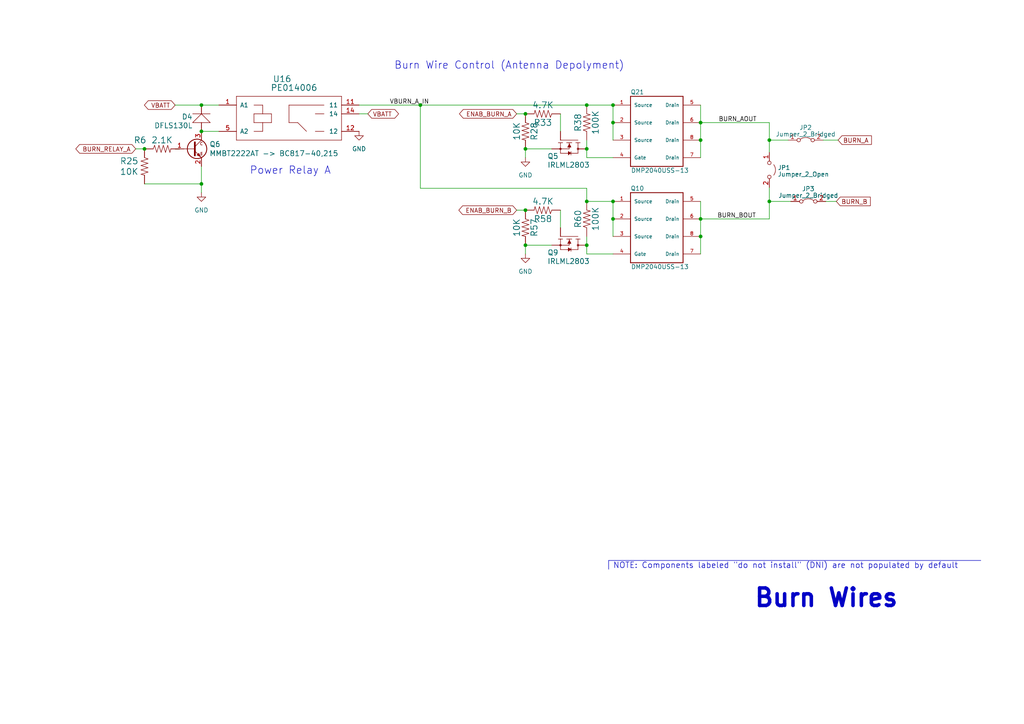
<source format=kicad_sch>
(kicad_sch (version 20230121) (generator eeschema)
  (paper "A4")
  (title_block (title "PyCubed Mainboard") (date "2024-05-04") (rev "v06b") (company "SSI"))
  (lib_symbols
    (symbol "Jumper:Jumper_2_Bridged" (pin_names (offset 0) hide)
      (property "Reference" "JP" (at 0 1.905 0))
      (property "Value" "Jumper_2_Bridged" (at 0 -2.54 0))
      (symbol "Jumper_2_Bridged_0_0"
        (circle (center -2.032 0) (radius 0.508))
        (circle (center 2.032 0) (radius 0.508))
      )
      (symbol "Jumper_2_Bridged_0_1"
        (arc (start 1.524 0.254) (mid 0 0.762) (end -1.524 0.254))
      )
      (symbol "Jumper_2_Bridged_1_1"
        (pin passive line (at -5.08 0 0) (length 2.54) (name "A") (number "1"))
        (pin passive line (at 5.08 0 180) (length 2.54) (name "B") (number "2"))
      )
    )
    (symbol "Jumper:Jumper_2_Open" (pin_names (offset 0) hide)
      (property "Reference" "JP" (at 0 2.794 0))
      (property "Value" "Jumper_2_Open" (at 0 -2.286 0))
      (symbol "Jumper_2_Open_0_0"
        (circle (center -2.032 0) (radius 0.508))
        (circle (center 2.032 0) (radius 0.508))
      )
      (symbol "Jumper_2_Open_0_1"
        (arc (start 1.524 1.27) (mid 0 1.778) (end -1.524 1.27))
      )
      (symbol "Jumper_2_Open_1_1"
        (pin passive line (at -5.08 0 0) (length 2.54) (name "A") (number "1"))
        (pin passive line (at 5.08 0 180) (length 2.54) (name "B") (number "2"))
      )
    )
    (symbol "mainboard:DFLS130L" (pin_names (offset 1.016))
      (property "Reference" "D" (at 0 2.54 0))
      (property "Value" "DFLS130L" (at 0 -5.08 0))
      (symbol "DFLS130L_1_0"
        (polyline (pts (xy 0 -2.54) (xy 2.54 0)))
        (polyline (pts (xy 0 2.54) (xy 0 -2.54)))
        (polyline (pts (xy 2.54 0) (xy 0 2.54)))
        (polyline (pts (xy 2.54 2.54) (xy 2.54 -2.54)))
        (pin bidirectional line (at -2.54 0 0) (length 2.54) (name "A") (number "A"))
        (pin bidirectional line (at 5.08 0 180) (length 2.54) (name "C") (number "C"))
      )
    )
    (symbol "mainboard:IRF7404TRPBF" (pin_names (offset 1.016))
      (property "Reference" "Q" (at -7.62 10.287 0))
      (property "Value" "IRF7404TRPBF" (at -7.493 -12.065 0))
      (symbol "IRF7404TRPBF_0_0"
        (polyline (pts (xy -7.62 -10.16) (xy -7.62 10.16)) (stroke (width 0.254)))
        (polyline (pts (xy -7.62 10.16) (xy 7.62 10.16)) (stroke (width 0.254)))
        (polyline (pts (xy 7.62 -10.16) (xy -7.62 -10.16)) (stroke (width 0.254)))
        (polyline (pts (xy 7.62 10.16) (xy 7.62 -10.16)) (stroke (width 0.254)))
        (pin bidirectional line (at -12.7 7.62 0) (length 5.08) (name "Source") (number "1"))
        (pin bidirectional line (at -12.7 2.54 0) (length 5.08) (name "Source") (number "2"))
        (pin bidirectional line (at -12.7 -2.54 0) (length 5.08) (name "Source") (number "3"))
        (pin bidirectional line (at -12.7 -7.62 0) (length 5.08) (name "Gate") (number "4"))
        (pin bidirectional line (at 12.7 7.62 180) (length 5.08) (name "Drain") (number "5"))
        (pin bidirectional line (at 12.7 2.54 180) (length 5.08) (name "Drain") (number "6"))
        (pin bidirectional line (at 12.7 -7.62 180) (length 5.08) (name "Drain") (number "7"))
        (pin bidirectional line (at 12.7 -2.54 180) (length 5.08) (name "Drain") (number "8"))
      )
    )
    (symbol "mainboard:IRLML2803TRPBF" (pin_names (offset 1.016))
      (property "Reference" "Q" (at -11.43 1.27 0))
      (property "Value" "IRLML2803TRPBF" (at -11.43 3.81 0))
      (symbol "IRLML2803TRPBF_1_0"
        (polyline (pts (xy 0 2.54) (xy 0 -2.54)))
        (polyline (pts (xy 0.762 -2.54) (xy 0.762 -3.175)))
        (polyline (pts (xy 0.762 -1.905) (xy 0.762 -2.54)))
        (polyline (pts (xy 0.762 0) (xy 0.762 -0.762)))
        (polyline (pts (xy 0.762 0) (xy 2.54 0)))
        (polyline (pts (xy 0.762 0.762) (xy 0.762 0)))
        (polyline (pts (xy 0.762 2.54) (xy 0.762 1.905)))
        (polyline (pts (xy 0.762 2.54) (xy 3.81 2.54)))
        (polyline (pts (xy 0.762 3.175) (xy 0.762 2.54)))
        (polyline (pts (xy 2.54 -2.54) (xy 0.762 -2.54)))
        (polyline (pts (xy 2.54 -2.54) (xy 3.81 -2.54)))
        (polyline (pts (xy 2.54 0) (xy 2.54 -2.54)))
        (polyline (pts (xy 3.302 0.508) (xy 3.81 0.508)))
        (polyline (pts (xy 3.81 -0.508) (xy 3.81 -2.54)))
        (polyline (pts (xy 3.81 0.508) (xy 3.81 -0.508)))
        (polyline (pts (xy 3.81 0.508) (xy 4.318 0.508)))
        (polyline (pts (xy 3.81 2.54) (xy 3.81 0.508)))
        (polyline (pts (xy 1.016 0) (xy 2.032 0.508) (xy 2.032 -0.508)) (fill (type outline)))
        (polyline (pts (xy 3.81 0.508) (xy 3.302 -0.254) (xy 4.318 -0.254)) (fill (type outline)))
        (circle (center 2.54 -2.54) (radius 0.254))
        (circle (center 2.54 2.54) (radius 0.254))
        (pin passive line (at -2.54 -2.54 0) (length 2.54) (name "G") (number "1"))
        (pin passive line (at 2.54 -5.08 90) (length 2.54) (name "S") (number "2"))
        (pin passive line (at 2.54 5.08 270) (length 2.54) (name "D") (number "3"))
      )
    )
    (symbol "mainboard:MMBT2222AT" (pin_names (offset 1.016) hide)
      (property "Reference" "Q" (at -8.89 3.81 0))
      (property "Value" "MMBT2222AT" (at 2.54 -1.27 0))
      (symbol "MMBT2222AT_0_1"
        (polyline (pts (xy -5.08 0) (xy -1.905 0)))
        (polyline (pts (xy -0.127 -1.397) (xy 0.254 -1.397)))
        (polyline (pts (xy -0.127 -1.016) (xy 0.254 -1.016)))
        (polyline (pts (xy -0.127 -1.016) (xy -0.127 -1.778) (xy 0.254 -1.778)))
        (polyline (pts (xy 0.254 1.905) (xy -0.127 1.905) (xy -0.254 1.651) (xy -0.254 1.397) (xy -0.127 1.143) (xy 0.254 1.143)))
      )
      (symbol "MMBT2222AT_1_1"
        (circle (center -1.27 0) (radius 2.8194) (stroke (width 0.254)))
        (polyline (pts (xy -1.905 0.635) (xy 0 2.54)))
        (polyline (pts (xy -1.905 -0.635) (xy 0 -2.54) (xy 0 -2.54)))
        (polyline (pts (xy -1.905 1.905) (xy -1.905 -1.905) (xy -1.905 -1.905)) (stroke (width 0.508)))
        (polyline (pts (xy -1.27 -1.778) (xy -0.762 -1.27) (xy -0.254 -2.286) (xy -1.27 -1.778) (xy -1.27 -1.778)) (fill (type outline)))
        (pin input line (at -7.62 0 0) (length 2.54) (name "B") (number "1"))
        (pin passive line (at 0 -5.08 90) (length 2.54) (name "E") (number "2"))
        (pin passive line (at 0 5.08 270) (length 2.54) (name "C") (number "3"))
      )
    )
    (symbol "mainboard:PE014006" (pin_names (offset 1.016))
      (property "Reference" "U" (at -2.1844 9.1186 0))
      (property "Value" "PE014006" (at -2.8194 6.5786 0))
      (symbol "PE014006_1_0"
        (polyline (pts (xy -12.7 -7.62) (xy 17.78 -7.62)))
        (polyline (pts (xy -12.7 5.08) (xy -12.7 -7.62)))
        (polyline (pts (xy -7.62 -2.54) (xy -7.62 0)))
        (polyline (pts (xy -7.62 0) (xy -5.08 0)))
        (polyline (pts (xy -7.62 2.54) (xy -5.08 2.54)))
        (polyline (pts (xy -5.08 -5.08) (xy -7.62 -5.08)))
        (polyline (pts (xy -5.08 -2.54) (xy -7.62 -2.54)))
        (polyline (pts (xy -5.08 -2.54) (xy -5.08 -5.08)))
        (polyline (pts (xy -5.08 0) (xy -2.54 0)))
        (polyline (pts (xy -5.08 2.54) (xy -5.08 0)))
        (polyline (pts (xy -2.54 -2.54) (xy -5.08 -2.54)))
        (polyline (pts (xy -2.54 0) (xy -2.54 -2.54)))
        (polyline (pts (xy 2.54 -2.54) (xy 5.08 -2.54)))
        (polyline (pts (xy 2.54 2.54) (xy 2.54 -2.54)))
        (polyline (pts (xy 5.08 -2.54) (xy 7.62 -5.08)))
        (polyline (pts (xy 12.7 -5.08) (xy 10.16 -5.08)))
        (polyline (pts (xy 12.7 0) (xy 10.16 0)))
        (polyline (pts (xy 12.7 2.54) (xy 2.54 2.54)))
        (polyline (pts (xy 17.78 -7.62) (xy 17.78 5.08)))
        (polyline (pts (xy 17.78 5.08) (xy -12.7 5.08)))
        (pin passive line (at -17.78 2.54 0) (length 5.08) (name "A1") (number "1"))
        (pin passive line (at 22.86 2.54 180) (length 5.08) (name "11") (number "11"))
        (pin passive line (at 22.86 -5.08 180) (length 5.08) (name "12") (number "12"))
        (pin passive line (at 22.86 0 180) (length 5.08) (name "14") (number "14"))
        (pin passive line (at -17.78 -5.08 0) (length 5.08) (name "A2") (number "5"))
      )
    )
    (symbol "mainboard:RESISTOR0603" (pin_names (offset 1.016))
      (property "Reference" "R" (at 0 1.524 0))
      (property "Value" "RESISTOR0603" (at 0 -1.524 0))
      (symbol "RESISTOR0603_1_0"
        (polyline (pts (xy -2.54 0) (xy -2.159 1.016)))
        (polyline (pts (xy -2.159 1.016) (xy -1.524 -1.016)))
        (polyline (pts (xy -1.524 -1.016) (xy -0.889 1.016)))
        (polyline (pts (xy -0.889 1.016) (xy -0.254 -1.016)))
        (polyline (pts (xy -0.254 -1.016) (xy 0.381 1.016)))
        (polyline (pts (xy 0.381 1.016) (xy 1.016 -1.016)))
        (polyline (pts (xy 1.016 -1.016) (xy 1.651 1.016)))
        (polyline (pts (xy 1.651 1.016) (xy 2.286 -1.016)))
        (polyline (pts (xy 2.286 -1.016) (xy 2.54 0)))
        (pin passive line (at -5.08 0 0) (length 2.54) (name "1") (number "1"))
        (pin passive line (at 5.08 0 180) (length 2.54) (name "2") (number "2"))
      )
    )
    (symbol "power:GND" (power) (pin_names (offset 0))
      (property "Value" "GND" (at 0 -3.81 0))
      (symbol "GND_0_1"
        (polyline (pts (xy 0 0) (xy 0 -1.27) (xy 1.27 -1.27) (xy 0 -2.54) (xy -1.27 -1.27) (xy 0 -1.27)))
      )
      (symbol "GND_1_1"
        (pin power_in line (at 0 0 270) (length 0) hide (name "GND") (number "1"))
      )
    )
  )
  (junction (at 170.18 43.18))
  (junction (at 177.8 35.56))
  (junction (at 152.4 71.12))
  (junction (at 203.2 63.5))
  (junction (at 177.8 58.42))
  (junction (at 152.4 43.18))
  (junction (at 58.42 30.48))
  (junction (at 170.18 71.12))
  (junction (at 177.8 30.48))
  (junction (at 223.139 40.64))
  (junction (at 58.42 53.34))
  (junction (at 203.2 68.58))
  (junction (at 177.8 63.5))
  (junction (at 41.91 43.18))
  (junction (at 121.92 30.48))
  (junction (at 152.4 33.02))
  (junction (at 152.4 60.96))
  (junction (at 203.2 40.64))
  (junction (at 170.18 30.48))
  (junction (at 203.2 35.56))
  (junction (at 223.139 58.42))
  (junction (at 58.42 38.1))
  (junction (at 170.18 58.42))
  (wire (pts (xy 162.56 66.04) (xy 162.56 60.96)))
  (wire (pts (xy 170.18 40.64) (xy 170.18 43.18)))
  (wire (pts (xy 170.18 58.42) (xy 170.18 54.61)))
  (wire (pts (xy 223.139 58.42) (xy 229.362 58.42)))
  (wire (pts (xy 223.139 40.64) (xy 223.139 44.196)))
  (wire (pts (xy 177.8 30.48) (xy 170.18 30.48)))
  (wire (pts (xy 203.073 35.56) (xy 203.2 35.56)))
  (wire (pts (xy 58.42 53.34) (xy 58.42 48.26)))
  (wire (pts (xy 170.18 73.66) (xy 170.18 71.12)))
  (wire (pts (xy 160.02 71.12) (xy 152.4 71.12)))
  (wire (pts (xy 177.8 68.58) (xy 177.8 63.5)))
  (wire (pts (xy 203.2 40.64) (xy 203.2 35.56)))
  (wire (pts (xy 58.42 38.1) (xy 63.5 38.1)))
  (polyline (pts (xy 176.53 162.56) (xy 284.48 162.56)))
  (wire (pts (xy 177.8 58.42) (xy 170.18 58.42)))
  (wire (pts (xy 162.56 38.1) (xy 162.56 33.02)))
  (wire (pts (xy 223.139 58.42) (xy 223.139 63.5)))
  (wire (pts (xy 203.2 63.5) (xy 203.2 58.42)))
  (wire (pts (xy 223.139 54.356) (xy 223.139 58.42)))
  (polyline (pts (xy 176.53 165.1) (xy 176.53 162.56)))
  (wire (pts (xy 152.4 71.12) (xy 152.4 73.66)))
  (wire (pts (xy 58.42 55.88) (xy 58.42 53.34)))
  (wire (pts (xy 238.76 40.64) (xy 243.078 40.64)))
  (wire (pts (xy 177.8 45.72) (xy 170.18 45.72)))
  (wire (pts (xy 223.139 35.56) (xy 223.139 40.64)))
  (wire (pts (xy 52.07 43.18) (xy 50.8 43.18)))
  (wire (pts (xy 63.5 30.48) (xy 58.42 30.48)))
  (wire (pts (xy 223.139 40.64) (xy 228.6 40.64)))
  (wire (pts (xy 160.02 43.18) (xy 152.4 43.18)))
  (wire (pts (xy 152.4 60.96) (xy 149.86 60.96)))
  (wire (pts (xy 203.2 35.56) (xy 223.139 35.56)))
  (wire (pts (xy 170.18 68.58) (xy 170.18 71.12)))
  (wire (pts (xy 203.2 68.58) (xy 203.2 63.5)))
  (wire (pts (xy 203.2 45.72) (xy 203.2 40.64)))
  (wire (pts (xy 104.14 33.02) (xy 106.68 33.02)))
  (wire (pts (xy 152.4 33.02) (xy 149.86 33.02)))
  (wire (pts (xy 203.2 63.5) (xy 223.139 63.5)))
  (wire (pts (xy 242.57 58.42) (xy 239.522 58.42)))
  (wire (pts (xy 177.8 35.56) (xy 177.8 30.48)))
  (wire (pts (xy 170.18 54.61) (xy 121.92 54.61)))
  (wire (pts (xy 177.8 63.5) (xy 177.8 58.42)))
  (wire (pts (xy 177.8 40.64) (xy 177.8 35.56)))
  (wire (pts (xy 58.42 30.48) (xy 50.8 30.48)))
  (wire (pts (xy 39.37 43.18) (xy 41.91 43.18)))
  (wire (pts (xy 41.91 53.34) (xy 58.42 53.34)))
  (wire (pts (xy 152.4 43.18) (xy 152.4 45.72)))
  (wire (pts (xy 177.8 73.66) (xy 170.18 73.66)))
  (wire (pts (xy 104.14 30.48) (xy 121.92 30.48)))
  (wire (pts (xy 203.2 73.66) (xy 203.2 68.58)))
  (wire (pts (xy 170.18 45.72) (xy 170.18 43.18)))
  (wire (pts (xy 203.2 35.56) (xy 203.2 30.48)))
  (wire (pts (xy 121.92 54.61) (xy 121.92 30.48)))
  (wire (pts (xy 121.92 30.48) (xy 170.18 30.48)))
  (text "Burn Wires" (at 218.44 176.53 0) (effects (font (size 5.08 5.08) (thickness 1.016) bold) (justify left bottom)))
  (text "NOTE: Components labeled \"do not install\" (DNI) are not populated by default" (at 177.8 165.1 0) (effects (font (size 1.651 1.651)) (justify left bottom)))
  (text "Burn Wire Control (Antenna Depolyment)" (at 114.3 20.32 0) (effects (font (size 2.159 2.159)) (justify left bottom)))
  (text "Power Relay A" (at 72.39 50.8 0) (effects (font (size 2.159 2.159)) (justify left bottom)))
  (label "BURN_AOUT" (at 208.407 35.56 0))
  (label "BURN_BOUT" (at 208.026 63.5 0))
  (label "VBURN_A_IN" (at 124.46 30.48 180))
  (global_label "VBATT" (shape bidirectional) (at 50.8 30.48 180) (property "Intersheetrefs" "${INTERSHEET_REFS}" (effects hide)))
  (global_label "BURN_B" (shape input) (at 242.57 58.42 0) (property "Intersheetrefs" "${INTERSHEET_REFS}" (effects hide)))
  (global_label "VBATT" (shape bidirectional) (at 106.68 33.02 0) (property "Intersheetrefs" "${INTERSHEET_REFS}" (effects hide)))
  (global_label "BURN_A" (shape input) (at 243.078 40.64 0) (property "Intersheetrefs" "${INTERSHEET_REFS}" (effects hide)))
  (global_label "ENAB_BURN_B" (shape bidirectional) (at 149.86 60.96 180) (property "Intersheetrefs" "${INTERSHEET_REFS}" (effects hide)))
  (global_label "BURN_RELAY_A" (shape bidirectional) (at 39.37 43.18 180) (property "Intersheetrefs" "${INTERSHEET_REFS}" (effects hide)))
  (global_label "ENAB_BURN_A" (shape bidirectional) (at 149.86 33.02 180) (property "Intersheetrefs" "${INTERSHEET_REFS}" (effects hide)))
  (symbol (lib_id "mainboard:RESISTOR0603") (at 157.48 33.02 180) (unit 1)
    (property "Reference" "R33" (at 157.48 34.544 0) (effects (font (size 1.778 1.778)) (justify bottom)))
    (property "Value" "4.7K" (at 157.48 31.496 0) (effects (font (size 1.778 1.778)) (justify top)))
    (property "Footprint" "Resistor_SMD:R_0603_1608Metric" (effects hide))
    (property "Description" "4.7k 0603" (effects hide))
  )
  (symbol (lib_id "mainboard:DFLS130L") (at 58.42 35.56 90) (unit 1)
    (property "Reference" "D4" (at 55.88 33.02 90) (effects (font (size 1.4986 1.4986)) (justify left bottom)))
    (property "Value" "DFLS130L" (at 55.88 35.56 90) (effects (font (size 1.4986 1.4986)) (justify left bottom)))
    (property "Footprint" "mainboard:PWRDI-123" (effects hide))
    (property "Datasheet" "https://www.diodes.com/assets/Datasheets/ds30492.pdf" (effects hide))
    (property "Description" "Schottky Diode - 30V 1A" (effects hide))
    (property "Flight" "DFLS130L-7" (effects hide))
    (property "Manufacturer_Name" "Diodes Incorporated" (effects hide))
    (property "Manufacturer_Part_Number" "DFLS130L-7" (effects hide))
    (property "Proto" "DFLS130L" (effects hide))
  )
  (symbol (lib_id "mainboard:RESISTOR0603") (at 41.91 48.26 270) (unit 1)
    (property "Reference" "R25" (at 40.2082 46.7106 90) (effects (font (size 1.778 1.778)) (justify right)))
    (property "Value" "10K" (at 40.2082 49.784 90) (effects (font (size 1.778 1.778)) (justify right)))
    (property "Footprint" "Resistor_SMD:R_0603_1608Metric" (effects hide))
    (property "Description" "10k 0603" (effects hide))
  )
  (symbol (lib_id "mainboard:RESISTOR0603") (at 152.4 38.1 270) (unit 1)
    (property "Reference" "R28" (at 153.924 38.1 0) (effects (font (size 1.778 1.778)) (justify bottom)))
    (property "Value" "10K" (at 150.876 38.1 0) (effects (font (size 1.778 1.778)) (justify top)))
    (property "Footprint" "Resistor_SMD:R_0603_1608Metric" (effects hide))
    (property "Description" "10k 0603" (effects hide))
  )
  (symbol (lib_id "mainboard:IRF7404TRPBF") (at 190.5 38.1 0) (unit 1)
    (property "Reference" "Q21" (at 182.88 27.432 0) (effects (justify left bottom)))
    (property "Value" "DMP2040USS-13" (at 183.007 50.165 0) (effects (justify left bottom)))
    (property "Footprint" "mainboard:IRF7404TRPBF" (effects hide))
    (property "Datasheet" "https://www.diodes.com/assets/Datasheets/DMP2040USS.pdf" (effects hide))
    (property "Description" "P-Channel MOSFET" (effects hide))
    (property "Flight" "DMP2040USS-13" (effects hide))
    (property "Manufacturer_Name" "ON Semiconductor" (effects hide))
    (property "Manufacturer_Part_Number" "DMP2040USS-13" (effects hide))
    (property "Proto" "DMP2040USS-13" (effects hide))
    (property "Field7" "DMP2040USS-13" (effects hide))
  )
  (symbol (lib_id "mainboard:MMBT2222AT") (at 58.42 43.18 0) (unit 1)
    (property "Reference" "Q6" (at 60.7314 41.8338 0) (effects (font (size 1.4986 1.4986)) (justify left)))
    (property "Value" "MMBT2222AT -> BC817-40,215" (at 60.7314 44.5008 0) (effects (font (size 1.4986 1.4986)) (justify left)))
    (property "Footprint" "mainboard:SOT-23" (effects hide))
    (property "Datasheet" "https://www.onsemi.com/pdf/datasheet/mmbt2222att1-d.pdf" (effects hide))
    (property "Description" "Single NPN BJT" (effects hide))
    (property "Flight" "NSVMMBT2222ATT1G -> BC817-40,215" (effects hide))
    (property "Manufacturer_Name" "ON Semiconductor" (effects hide))
    (property "Manufacturer_Part_Number" "MMBT2222ALT1G -> BC817-40,215" (effects hide))
    (property "Proto" "MMBT2222ALT1G -> BC817-40,215" (effects hide))
  )
  (symbol (lib_id "mainboard:IRLML2803TRPBF") (at 165.1 40.64 270) (unit 1)
    (property "Reference" "Q5" (at 158.75 44.45 90) (effects (font (size 1.4986 1.4986)) (justify left top)))
    (property "Value" "IRLML2803" (at 158.75 46.99 90) (effects (font (size 1.4986 1.4986)) (justify left top)))
    (property "Footprint" "mainboard:SOT-23" (effects hide))
    (property "Datasheet" "https://www.infineon.com/dgdl/irlml2803pbf.pdf?fileId=5546d462533600a4015356682aff260f" (effects hide))
    (property "Description" "Single N-Channel MOSFET" (effects hide))
    (property "Flight" "MMBT2222AT " (effects hide))
    (property "Manufacturer_Name" "ON Semiconductor" (effects hide))
    (property "Manufacturer_Part_Number" "MMBT2222AT " (effects hide))
    (property "Proto" "2302" (effects hide))
  )
  (symbol (lib_id "mainboard:RESISTOR0603") (at 170.18 35.56 90) (unit 1)
    (property "Reference" "R38" (at 168.656 35.56 0) (effects (font (size 1.778 1.778)) (justify bottom)))
    (property "Value" "100K" (at 171.704 35.56 0) (effects (font (size 1.778 1.778)) (justify top)))
    (property "Footprint" "Resistor_SMD:R_0603_1608Metric" (effects hide))
    (property "Description" "100K 0603" (effects hide))
  )
  (symbol (lib_id "mainboard:PE014006") (at 81.28 33.02 0) (unit 1)
    (property "Reference" "U16" (at 79.0956 23.9014 0) (effects (font (size 1.7526 1.7526)) (justify left bottom)))
    (property "Value" "PE014006" (at 78.4606 26.4414 0) (effects (font (size 1.7526 1.7526)) (justify left bottom)))
    (property "Footprint" "mainboard:RELAY_PE014006" (effects hide))
    (property "Datasheet" "https://www.te.com/usa-en/product-PE014006.html" (effects hide))
    (property "Description" "5A 6V SPDT General Purpose Relay" (effects hide))
    (property "Flight" "PE014006 TE" (effects hide))
    (property "Manufacturer_Name" "TE Connectivity" (effects hide))
    (property "Manufacturer_Part_Number" "PE014006 TE" (effects hide))
    (property "Proto" "TE Connectivity" (effects hide))
  )
  (symbol (lib_id "Jumper:Jumper_2_Bridged") (at 233.68 40.64 0) (unit 1)
    (property "Reference" "JP2" (at 233.68 36.9951 0))
    (property "Value" "Jumper_2_Bridged" (at 233.68 38.9161 0))
    (property "Footprint" "Jumper:SolderJumper-2_P1.3mm_Bridged_Pad1.0x1.5mm" (effects hide))
  )
  (symbol (lib_id "power:GND") (at 152.4 45.72 0) (unit 1)
    (property "Reference" "#PWR03" (effects hide))
    (property "Value" "GND" (at 152.4 50.8 0))
    (instances (project "mainboard" (path "" (reference "#PWR03") (unit 1)) (path "" (reference "#PWR049") (unit 1))))
  )
  (symbol (lib_id "mainboard:RESISTOR0603") (at 157.48 60.96 180) (unit 1)
    (property "Reference" "R58" (at 157.48 62.484 0) (effects (font (size 1.778 1.778)) (justify bottom)))
    (property "Value" "4.7K" (at 157.48 59.436 0) (effects (font (size 1.778 1.778)) (justify top)))
    (property "Footprint" "Resistor_SMD:R_0603_1608Metric" (effects hide))
    (property "Description" "4.7k 0603" (effects hide))
  )
  (symbol (lib_id "power:GND") (at 58.42 55.88 0) (unit 1)
    (property "Reference" "#PWR03" (effects hide))
    (property "Value" "GND" (at 58.42 60.96 0))
    (instances (project "mainboard" (path "" (reference "#PWR03") (unit 1)) (path "" (reference "#PWR046") (unit 1))))
  )
  (symbol (lib_id "power:GND") (at 104.14 38.1 0) (unit 1)
    (property "Reference" "#PWR03" (effects hide))
    (property "Value" "GND" (at 104.14 43.18 0))
    (instances (project "mainboard" (path "" (reference "#PWR03") (unit 1)) (path "" (reference "#PWR047") (unit 1))))
  )
  (symbol (lib_id "mainboard:RESISTOR0603") (at 152.4 66.04 270) (unit 1)
    (property "Reference" "R57" (at 153.924 66.04 0) (effects (font (size 1.778 1.778)) (justify bottom)))
    (property "Value" "10K" (at 150.876 66.04 0) (effects (font (size 1.778 1.778)) (justify top)))
    (property "Footprint" "Resistor_SMD:R_0603_1608Metric" (effects hide))
    (property "Description" "10k 0603" (effects hide))
  )
  (symbol (lib_id "mainboard:RESISTOR0603") (at 170.18 63.5 90) (unit 1)
    (property "Reference" "R60" (at 168.656 63.5 0) (effects (font (size 1.778 1.778)) (justify bottom)))
    (property "Value" "100K" (at 171.704 63.5 0) (effects (font (size 1.778 1.778)) (justify top)))
    (property "Footprint" "Resistor_SMD:R_0603_1608Metric" (effects hide))
    (property "Description" "100K 0603" (effects hide))
  )
  (symbol (lib_id "mainboard:IRF7404TRPBF") (at 190.5 66.04 0) (unit 1)
    (property "Reference" "Q10" (at 182.88 55.372 0) (effects (justify left bottom)))
    (property "Value" "DMP2040USS-13" (at 183.007 78.105 0) (effects (justify left bottom)))
    (property "Footprint" "mainboard:IRF7404TRPBF" (effects hide))
    (property "Datasheet" "https://www.diodes.com/assets/Datasheets/DMP2040USS.pdf" (effects hide))
    (property "Description" "P-Channel MOSFET" (effects hide))
    (property "Flight" "DMP2040USS-13" (effects hide))
    (property "Manufacturer_Part_Number" "DMP2040USS-13" (effects hide))
    (property "Proto" "DMP2040USS-13" (effects hide))
    (property "Field7" "DMP2040USS-13" (effects hide))
  )
  (symbol (lib_id "mainboard:IRLML2803TRPBF") (at 165.1 68.58 270) (unit 1)
    (property "Reference" "Q9" (at 158.75 72.39 90) (effects (font (size 1.4986 1.4986)) (justify left top)))
    (property "Value" "IRLML2803" (at 158.75 74.93 90) (effects (font (size 1.4986 1.4986)) (justify left top)))
    (property "Footprint" "mainboard:SOT-23" (effects hide))
    (property "Datasheet" "https://www.infineon.com/dgdl/irlml2803pbf.pdf?fileId=5546d462533600a4015356682aff260f" (effects hide))
    (property "Description" "Single N-Channel MOSFET" (effects hide))
    (property "Flight" "MMBT2222AT " (effects hide))
    (property "Manufacturer_Name" "ON Semiconductor" (effects hide))
    (property "Manufacturer_Part_Number" "MMBT2222AT " (effects hide))
    (property "Proto" "2302" (effects hide))
  )
  (symbol (lib_id "power:GND") (at 152.4 73.66 0) (unit 1)
    (property "Reference" "#PWR03" (effects hide))
    (property "Value" "GND" (at 152.4 78.74 0))
    (instances (project "mainboard" (path "" (reference "#PWR03") (unit 1)) (path "" (reference "#PWR048") (unit 1))))
  )
  (symbol (lib_id "Jumper:Jumper_2_Open") (at 223.139 49.276 270) (unit 1)
    (property "Reference" "JP1" (at 225.552 48.6323 90) (effects (justify left)))
    (property "Value" "Jumper_2_Open" (at 225.552 50.5533 90) (effects (justify left)))
    (property "Footprint" "Jumper:SolderJumper-2_P1.3mm_Open_Pad1.0x1.5mm" (effects hide))
  )
  (symbol (lib_id "mainboard:RESISTOR0603") (at 46.99 43.18 0) (unit 1)
    (property "Reference" "R6" (at 40.64 40.64 0) (effects (font (size 1.778 1.778))))
    (property "Value" "2.1K" (at 46.99 40.64 0) (effects (font (size 1.778 1.778))))
    (property "Footprint" "Resistor_SMD:R_0603_1608Metric_Pad0.98x0.95mm_HandSolder" (effects hide))
  )
  (symbol (lib_id "Jumper:Jumper_2_Bridged") (at 234.442 58.42 0) (unit 1)
    (property "Reference" "JP3" (at 234.442 54.7751 0))
    (property "Value" "Jumper_2_Bridged" (at 234.442 56.6961 0))
    (property "Footprint" "Jumper:SolderJumper-2_P1.3mm_Bridged_Pad1.0x1.5mm" (effects hide))
  )
)
</source>
